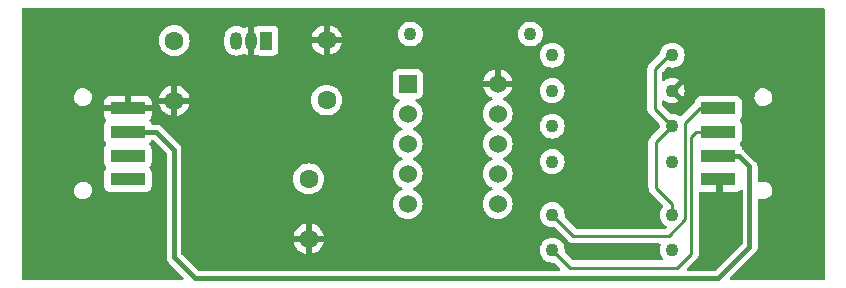
<source format=gbr>
%TF.GenerationSoftware,KiCad,Pcbnew,7.0.10*%
%TF.CreationDate,2024-03-29T17:01:24+09:00*%
%TF.ProjectId,HD-AK4316,48442d41-4b34-4333-9136-2e6b69636164,rev?*%
%TF.SameCoordinates,Original*%
%TF.FileFunction,Copper,L2,Bot*%
%TF.FilePolarity,Positive*%
%FSLAX46Y46*%
G04 Gerber Fmt 4.6, Leading zero omitted, Abs format (unit mm)*
G04 Created by KiCad (PCBNEW 7.0.10) date 2024-03-29 17:01:24*
%MOMM*%
%LPD*%
G01*
G04 APERTURE LIST*
%TA.AperFunction,ComponentPad*%
%ADD10C,1.100000*%
%TD*%
%TA.AperFunction,ComponentPad*%
%ADD11R,1.524000X1.524000*%
%TD*%
%TA.AperFunction,ComponentPad*%
%ADD12C,1.524000*%
%TD*%
%TA.AperFunction,ComponentPad*%
%ADD13R,1.016000X1.524000*%
%TD*%
%TA.AperFunction,ComponentPad*%
%ADD14O,1.016000X1.524000*%
%TD*%
%TA.AperFunction,ComponentPad*%
%ADD15C,1.600000*%
%TD*%
%TA.AperFunction,ComponentPad*%
%ADD16R,3.000000X1.100000*%
%TD*%
%TA.AperFunction,ViaPad*%
%ADD17C,0.800000*%
%TD*%
%TA.AperFunction,Conductor*%
%ADD18C,0.250000*%
%TD*%
%TA.AperFunction,Conductor*%
%ADD19C,0.400000*%
%TD*%
G04 APERTURE END LIST*
D10*
%TO.P,R7,1,1*%
%TO.N,+3V3*%
X181080000Y-55000000D03*
%TO.P,R7,2,2*%
%TO.N,Net-(U1-XORH)*%
X170920000Y-55000000D03*
%TD*%
%TO.P,R11,1,1*%
%TO.N,Net-(U1-XORH)*%
X170920000Y-58000000D03*
%TO.P,R11,2,2*%
%TO.N,GND*%
X181080000Y-58000000D03*
%TD*%
D11*
%TO.P,U1,1,VCC*%
%TO.N,+3V3*%
X158690000Y-57420000D03*
D12*
%TO.P,U1,2,EN*%
X158690000Y-59960000D03*
%TO.P,U1,3,READY*%
%TO.N,Net-(U1-READY)*%
X158690000Y-62500000D03*
%TO.P,U1,4,SCLIN*%
%TO.N,Net-(U1-SCLIN)*%
X158690000Y-65040000D03*
%TO.P,U1,5,SDAIN*%
%TO.N,Net-(U1-SDAIN)*%
X158690000Y-67580000D03*
%TO.P,U1,6,SDAOUT*%
%TO.N,Net-(U1-SDAOUT)*%
X166310000Y-67580000D03*
%TO.P,U1,7,SCLOUT*%
%TO.N,Net-(U1-SCLOUT)*%
X166310000Y-65040000D03*
%TO.P,U1,8,XORL*%
%TO.N,Net-(U1-XORL)*%
X166310000Y-62500000D03*
%TO.P,U1,9,XORH*%
%TO.N,Net-(U1-XORH)*%
X166310000Y-59960000D03*
%TO.P,U1,10,GND*%
%TO.N,GND*%
X166310000Y-57420000D03*
%TD*%
D13*
%TO.P,U3,1,OUT*%
%TO.N,+3V3*%
X146720000Y-53765000D03*
D14*
%TO.P,U3,2,GND*%
%TO.N,GND*%
X145450000Y-53765000D03*
%TO.P,U3,3,IN*%
%TO.N,+5V*%
X144180000Y-53765000D03*
%TD*%
D10*
%TO.P,R1,1,1*%
%TO.N,+3V3*%
X158919999Y-53200000D03*
%TO.P,R1,2,2*%
%TO.N,Net-(U1-READY)*%
X169079999Y-53200000D03*
%TD*%
D15*
%TO.P,C1,1,1*%
%TO.N,+5V*%
X138925000Y-53760000D03*
%TO.P,C1,2,2*%
%TO.N,GND*%
X138925000Y-58840000D03*
%TD*%
D10*
%TO.P,R9,1,1*%
%TO.N,+3V3*%
X181080000Y-61000000D03*
%TO.P,R9,2,2*%
%TO.N,Net-(U1-XORL)*%
X170920000Y-61000000D03*
%TD*%
D16*
%TO.P,CN1,1,1*%
%TO.N,Net-(U1-SCLIN)*%
X135000000Y-65500000D03*
%TO.P,CN1,2,2*%
%TO.N,Net-(U1-SDAIN)*%
X135000000Y-63500000D03*
%TO.P,CN1,3,3*%
%TO.N,+5V*%
X135000000Y-61500000D03*
%TO.P,CN1,4,4*%
%TO.N,GND*%
X135000000Y-59500000D03*
%TD*%
%TO.P,CN2,1,1*%
%TO.N,Net-(U1-SCLOUT)*%
X185000000Y-59500000D03*
%TO.P,CN2,2,2*%
%TO.N,Net-(U1-SDAOUT)*%
X185000000Y-61500000D03*
%TO.P,CN2,3,3*%
%TO.N,+5V*%
X185000000Y-63500000D03*
%TO.P,CN2,4,4*%
%TO.N,GND*%
X185000000Y-65500000D03*
%TD*%
D15*
%TO.P,C5,1,1*%
%TO.N,+3V3*%
X151825000Y-58790000D03*
%TO.P,C5,2,2*%
%TO.N,GND*%
X151825000Y-53710000D03*
%TD*%
D10*
%TO.P,R13,1,1*%
%TO.N,Net-(U1-XORL)*%
X170920000Y-64000000D03*
%TO.P,R13,2,2*%
%TO.N,GND*%
X181080000Y-64000000D03*
%TD*%
D15*
%TO.P,C3,1,1*%
%TO.N,Net-(U2-BYP)*%
X150300000Y-65460000D03*
%TO.P,C3,2,2*%
%TO.N,GND*%
X150300000Y-70540000D03*
%TD*%
D10*
%TO.P,R5,1,1*%
%TO.N,+3V3*%
X181080000Y-71500000D03*
%TO.P,R5,2,2*%
%TO.N,Net-(U1-SDAOUT)*%
X170920000Y-71500000D03*
%TD*%
%TO.P,R3,1,1*%
%TO.N,+3V3*%
X181080000Y-68500000D03*
%TO.P,R3,2,2*%
%TO.N,Net-(U1-SCLOUT)*%
X170920000Y-68500000D03*
%TD*%
D17*
%TO.N,GND*%
X145100000Y-61500000D03*
X178600000Y-64000000D03*
X143500000Y-67700000D03*
X169200000Y-72600000D03*
X145450000Y-51950000D03*
X155640000Y-70540000D03*
X147700000Y-59900000D03*
X185200000Y-70100000D03*
X145450000Y-56150000D03*
X160000000Y-72600000D03*
X135000000Y-57200000D03*
X141000000Y-64500000D03*
X178400000Y-58000000D03*
%TD*%
D18*
%TO.N,Net-(U1-SCLOUT)*%
X170920000Y-68500000D02*
X172720000Y-70300000D01*
X183400000Y-59500000D02*
X185800000Y-59500000D01*
X182200000Y-60700000D02*
X183400000Y-59500000D01*
X182200000Y-68900000D02*
X182200000Y-60700000D01*
X180800000Y-70300000D02*
X182200000Y-68900000D01*
X172720000Y-70300000D02*
X180800000Y-70300000D01*
%TO.N,Net-(U1-SDAOUT)*%
X182700000Y-61900000D02*
X183100000Y-61500000D01*
X170920000Y-71500000D02*
X172420000Y-73000000D01*
X182700000Y-71800000D02*
X182700000Y-61900000D01*
X181500000Y-73000000D02*
X182700000Y-71800000D01*
X172420000Y-73000000D02*
X181500000Y-73000000D01*
X183100000Y-61500000D02*
X185800000Y-61500000D01*
D19*
%TO.N,+5V*%
X138900000Y-63000000D02*
X137400000Y-61500000D01*
X138900000Y-72100000D02*
X138900000Y-63000000D01*
X140675000Y-73875000D02*
X138900000Y-72100000D01*
X185000000Y-73875000D02*
X140675000Y-73875000D01*
X187600000Y-64400000D02*
X187600000Y-71275000D01*
X137400000Y-61500000D02*
X134200000Y-61500000D01*
X186700000Y-63500000D02*
X187600000Y-64400000D01*
X185800000Y-63500000D02*
X186700000Y-63500000D01*
X187600000Y-71275000D02*
X185000000Y-73875000D01*
D18*
%TO.N,GND*%
X185200000Y-65500000D02*
X185200000Y-70100000D01*
X145450000Y-53765000D02*
X145450000Y-56150000D01*
X151825000Y-53710000D02*
X154190000Y-53710000D01*
X135000000Y-58900000D02*
X135000000Y-57200000D01*
X134400000Y-59500000D02*
X135000000Y-58900000D01*
X185600000Y-65500000D02*
X185200000Y-65500000D01*
X145450000Y-53765000D02*
X145450000Y-51950000D01*
%TO.N,+3V3*%
X179600000Y-59520000D02*
X181080000Y-61000000D01*
X179600000Y-56200000D02*
X179600000Y-59520000D01*
X181080000Y-68500000D02*
X181080000Y-67580000D01*
X181080000Y-67580000D02*
X179700000Y-66200000D01*
X179700000Y-62380000D02*
X181080000Y-61000000D01*
X179700000Y-66200000D02*
X179700000Y-62380000D01*
X181080000Y-55000000D02*
X180800000Y-55000000D01*
X180800000Y-55000000D02*
X179600000Y-56200000D01*
%TD*%
%TA.AperFunction,Conductor*%
%TO.N,GND*%
G36*
X193942539Y-51020185D02*
G01*
X193988294Y-51072989D01*
X193999500Y-51124500D01*
X193999500Y-73875500D01*
X193979815Y-73942539D01*
X193927011Y-73988294D01*
X193875500Y-73999500D01*
X186059452Y-73999500D01*
X185992413Y-73979815D01*
X185946658Y-73927011D01*
X185936714Y-73857853D01*
X185965739Y-73794297D01*
X185971771Y-73787819D01*
X186146768Y-73612821D01*
X188083786Y-71675802D01*
X188096048Y-71665980D01*
X188095865Y-71665759D01*
X188101868Y-71660791D01*
X188101877Y-71660786D01*
X188147934Y-71611739D01*
X188150582Y-71609006D01*
X188170120Y-71589470D01*
X188172570Y-71586310D01*
X188180154Y-71577429D01*
X188210062Y-71545582D01*
X188219714Y-71528023D01*
X188230389Y-71511772D01*
X188242674Y-71495936D01*
X188260030Y-71455825D01*
X188265161Y-71445354D01*
X188286194Y-71407098D01*
X188286194Y-71407097D01*
X188286197Y-71407092D01*
X188291180Y-71387680D01*
X188297477Y-71369291D01*
X188305438Y-71350895D01*
X188312270Y-71307748D01*
X188314639Y-71296316D01*
X188325499Y-71254022D01*
X188325500Y-71254017D01*
X188325500Y-71233983D01*
X188327027Y-71214582D01*
X188330160Y-71194804D01*
X188326050Y-71151324D01*
X188325500Y-71139655D01*
X188325500Y-67252561D01*
X188345185Y-67185522D01*
X188397989Y-67139767D01*
X188467147Y-67129823D01*
X188505146Y-67141748D01*
X188541567Y-67160040D01*
X188712279Y-67200500D01*
X188712282Y-67200500D01*
X188843701Y-67200500D01*
X188843709Y-67200500D01*
X188974255Y-67185241D01*
X189139117Y-67125237D01*
X189285696Y-67028830D01*
X189406092Y-66901218D01*
X189493812Y-66749281D01*
X189544130Y-66581210D01*
X189554331Y-66406065D01*
X189523865Y-66233289D01*
X189454377Y-66072196D01*
X189349610Y-65931470D01*
X189331060Y-65915905D01*
X189215214Y-65818698D01*
X189215212Y-65818697D01*
X189058437Y-65739961D01*
X189050353Y-65738045D01*
X188887721Y-65699500D01*
X188756291Y-65699500D01*
X188651854Y-65711707D01*
X188625743Y-65714759D01*
X188625740Y-65714760D01*
X188491910Y-65763470D01*
X188422181Y-65767901D01*
X188361125Y-65733930D01*
X188328128Y-65672343D01*
X188325500Y-65646948D01*
X188325500Y-64582742D01*
X188327224Y-64567122D01*
X188326939Y-64567095D01*
X188327673Y-64559333D01*
X188325561Y-64492112D01*
X188325500Y-64488218D01*
X188325500Y-64460656D01*
X188325500Y-64460650D01*
X188324997Y-64456666D01*
X188324081Y-64445029D01*
X188322710Y-64401373D01*
X188317119Y-64382130D01*
X188313173Y-64363078D01*
X188310664Y-64343208D01*
X188294579Y-64302583D01*
X188290806Y-64291562D01*
X188278618Y-64249610D01*
X188278617Y-64249609D01*
X188278617Y-64249607D01*
X188278616Y-64249606D01*
X188268423Y-64232371D01*
X188259861Y-64214894D01*
X188252487Y-64196269D01*
X188226816Y-64160937D01*
X188220405Y-64151177D01*
X188198170Y-64113580D01*
X188198168Y-64113578D01*
X188198165Y-64113574D01*
X188184006Y-64099415D01*
X188171368Y-64084619D01*
X188159594Y-64068413D01*
X188125940Y-64040572D01*
X188117299Y-64032709D01*
X187200803Y-63116212D01*
X187190980Y-63103950D01*
X187190759Y-63104134D01*
X187185786Y-63098122D01*
X187136776Y-63052099D01*
X187133977Y-63049386D01*
X187114477Y-63029885D01*
X187114471Y-63029880D01*
X187111286Y-63027409D01*
X187102434Y-63019848D01*
X187070582Y-62989938D01*
X187070580Y-62989936D01*
X187070578Y-62989935D01*
X187062777Y-62985647D01*
X187013511Y-62936103D01*
X186999220Y-62890237D01*
X186994091Y-62842517D01*
X186977172Y-62797156D01*
X186943797Y-62707671D01*
X186943793Y-62707664D01*
X186857547Y-62592455D01*
X186852773Y-62587681D01*
X186819288Y-62526358D01*
X186824272Y-62456666D01*
X186852773Y-62412319D01*
X186857542Y-62407548D01*
X186857546Y-62407546D01*
X186943796Y-62292331D01*
X186994091Y-62157483D01*
X187000500Y-62097873D01*
X187000499Y-60902128D01*
X186994091Y-60842517D01*
X186978983Y-60802011D01*
X186943797Y-60707671D01*
X186943793Y-60707664D01*
X186857547Y-60592455D01*
X186852773Y-60587681D01*
X186819288Y-60526358D01*
X186824272Y-60456666D01*
X186852773Y-60412319D01*
X186857542Y-60407548D01*
X186857546Y-60407546D01*
X186943796Y-60292331D01*
X186994091Y-60157483D01*
X187000500Y-60097873D01*
X187000499Y-58902128D01*
X186994091Y-58842517D01*
X186986953Y-58823380D01*
X186943797Y-58707671D01*
X186943793Y-58707664D01*
X186858653Y-58593933D01*
X188045668Y-58593933D01*
X188065767Y-58707913D01*
X188076135Y-58766711D01*
X188145623Y-58927804D01*
X188145624Y-58927806D01*
X188145626Y-58927809D01*
X188240751Y-59055583D01*
X188250390Y-59068530D01*
X188384786Y-59181302D01*
X188441027Y-59209547D01*
X188541562Y-59260038D01*
X188541563Y-59260038D01*
X188541567Y-59260040D01*
X188712279Y-59300500D01*
X188712282Y-59300500D01*
X188843701Y-59300500D01*
X188843709Y-59300500D01*
X188974255Y-59285241D01*
X189139117Y-59225237D01*
X189285696Y-59128830D01*
X189406092Y-59001218D01*
X189493812Y-58849281D01*
X189544130Y-58681210D01*
X189554331Y-58506065D01*
X189523865Y-58333289D01*
X189454377Y-58172196D01*
X189428373Y-58137267D01*
X189365943Y-58053409D01*
X189349610Y-58031470D01*
X189312104Y-57999999D01*
X189215214Y-57918698D01*
X189215212Y-57918697D01*
X189058437Y-57839961D01*
X189016476Y-57830016D01*
X188887721Y-57799500D01*
X188756291Y-57799500D01*
X188651854Y-57811707D01*
X188625743Y-57814759D01*
X188625740Y-57814760D01*
X188460884Y-57874762D01*
X188460880Y-57874764D01*
X188314306Y-57971167D01*
X188314305Y-57971168D01*
X188193910Y-58098778D01*
X188106188Y-58250718D01*
X188055870Y-58418789D01*
X188055869Y-58418794D01*
X188045668Y-58593933D01*
X186858653Y-58593933D01*
X186857547Y-58592455D01*
X186857544Y-58592452D01*
X186742335Y-58506206D01*
X186742328Y-58506202D01*
X186607482Y-58455908D01*
X186607483Y-58455908D01*
X186547883Y-58449501D01*
X186547881Y-58449500D01*
X186547873Y-58449500D01*
X186547864Y-58449500D01*
X183452129Y-58449500D01*
X183452123Y-58449501D01*
X183392516Y-58455908D01*
X183257671Y-58506202D01*
X183257664Y-58506206D01*
X183142455Y-58592452D01*
X183142452Y-58592455D01*
X183056206Y-58707664D01*
X183056202Y-58707671D01*
X183005908Y-58842517D01*
X183001051Y-58887700D01*
X182999501Y-58902123D01*
X182999500Y-58902135D01*
X182999500Y-58958186D01*
X182979815Y-59025225D01*
X182971041Y-59037230D01*
X182940571Y-59074059D01*
X182932711Y-59082696D01*
X181870402Y-60145005D01*
X181809079Y-60178490D01*
X181739387Y-60173506D01*
X181704056Y-60153177D01*
X181666453Y-60122317D01*
X181666451Y-60122316D01*
X181666450Y-60122315D01*
X181483954Y-60024768D01*
X181285934Y-59964700D01*
X181285932Y-59964699D01*
X181285934Y-59964699D01*
X181098463Y-59946235D01*
X181080000Y-59944417D01*
X181079999Y-59944417D01*
X180982701Y-59953999D01*
X180914055Y-59940980D01*
X180882867Y-59918277D01*
X180261819Y-59297228D01*
X180228334Y-59235905D01*
X180225500Y-59209547D01*
X180225500Y-58919233D01*
X180245185Y-58852194D01*
X180297989Y-58806439D01*
X180367147Y-58796495D01*
X180428165Y-58823380D01*
X180493826Y-58877267D01*
X180493833Y-58877271D01*
X180676233Y-58974766D01*
X180874165Y-59034808D01*
X181080000Y-59055080D01*
X181285834Y-59034808D01*
X181483764Y-58974766D01*
X181625469Y-58899022D01*
X181026447Y-58300000D01*
X181107802Y-58300000D01*
X181190250Y-58284588D01*
X181285610Y-58225543D01*
X181353201Y-58136038D01*
X181383895Y-58028160D01*
X181381286Y-58000000D01*
X181433553Y-58000000D01*
X181979022Y-58545469D01*
X182054766Y-58403764D01*
X182114808Y-58205834D01*
X182135080Y-58000000D01*
X182114808Y-57794165D01*
X182054766Y-57596233D01*
X181979023Y-57454528D01*
X181433553Y-57999999D01*
X181433553Y-58000000D01*
X181381286Y-58000000D01*
X181373546Y-57916479D01*
X181323552Y-57816078D01*
X181240666Y-57740516D01*
X181136080Y-57700000D01*
X181052198Y-57700000D01*
X181020526Y-57705920D01*
X181080000Y-57646447D01*
X181625469Y-57100976D01*
X181625469Y-57100975D01*
X181483766Y-57025233D01*
X181285834Y-56965191D01*
X181080000Y-56944919D01*
X180874165Y-56965191D01*
X180676233Y-57025233D01*
X180493833Y-57122728D01*
X180493827Y-57122732D01*
X180428164Y-57176620D01*
X180363854Y-57203932D01*
X180294987Y-57192141D01*
X180243427Y-57144988D01*
X180225500Y-57080766D01*
X180225500Y-56510452D01*
X180245185Y-56443413D01*
X180261819Y-56422771D01*
X180455098Y-56229492D01*
X180649052Y-56035537D01*
X180710373Y-56002054D01*
X180772725Y-56004558D01*
X180874066Y-56035300D01*
X180874065Y-56035300D01*
X180892529Y-56037118D01*
X181080000Y-56055583D01*
X181285934Y-56035300D01*
X181483954Y-55975232D01*
X181666450Y-55877685D01*
X181826410Y-55746410D01*
X181957685Y-55586450D01*
X182055232Y-55403954D01*
X182115300Y-55205934D01*
X182135583Y-55000000D01*
X182115300Y-54794066D01*
X182055232Y-54596046D01*
X181957685Y-54413550D01*
X181828046Y-54255583D01*
X181826410Y-54253589D01*
X181666452Y-54122317D01*
X181666453Y-54122317D01*
X181666450Y-54122315D01*
X181483954Y-54024768D01*
X181285934Y-53964700D01*
X181285932Y-53964699D01*
X181285934Y-53964699D01*
X181080000Y-53944417D01*
X180874067Y-53964699D01*
X180676043Y-54024769D01*
X180594149Y-54068543D01*
X180493550Y-54122315D01*
X180493548Y-54122316D01*
X180493547Y-54122317D01*
X180333589Y-54253589D01*
X180202317Y-54413547D01*
X180104769Y-54596043D01*
X180044699Y-54794067D01*
X180040674Y-54834931D01*
X180014511Y-54899718D01*
X180004952Y-54910455D01*
X179216208Y-55699199D01*
X179203951Y-55709020D01*
X179204134Y-55709241D01*
X179198122Y-55714214D01*
X179152098Y-55763223D01*
X179149391Y-55766016D01*
X179129889Y-55785517D01*
X179129875Y-55785534D01*
X179127407Y-55788715D01*
X179119843Y-55797570D01*
X179089937Y-55829418D01*
X179089936Y-55829420D01*
X179080284Y-55846976D01*
X179069610Y-55863226D01*
X179057329Y-55879061D01*
X179057324Y-55879068D01*
X179039975Y-55919158D01*
X179034838Y-55929644D01*
X179013803Y-55967906D01*
X179008822Y-55987307D01*
X179002521Y-56005710D01*
X178994562Y-56024102D01*
X178994561Y-56024105D01*
X178987728Y-56067243D01*
X178985360Y-56078674D01*
X178974501Y-56120971D01*
X178974500Y-56120982D01*
X178974500Y-56141016D01*
X178972973Y-56160415D01*
X178969840Y-56180194D01*
X178969840Y-56180195D01*
X178973950Y-56223674D01*
X178974500Y-56235343D01*
X178974500Y-59437255D01*
X178972775Y-59452872D01*
X178973061Y-59452899D01*
X178972326Y-59460665D01*
X178974439Y-59527872D01*
X178974500Y-59531767D01*
X178974500Y-59559357D01*
X178975003Y-59563335D01*
X178975918Y-59574967D01*
X178977290Y-59618624D01*
X178977291Y-59618627D01*
X178982880Y-59637867D01*
X178986824Y-59656911D01*
X178989336Y-59676792D01*
X179005414Y-59717403D01*
X179009197Y-59728452D01*
X179021381Y-59770388D01*
X179031580Y-59787634D01*
X179040138Y-59805103D01*
X179047514Y-59823732D01*
X179073181Y-59859060D01*
X179079593Y-59868821D01*
X179101828Y-59906417D01*
X179101833Y-59906424D01*
X179115990Y-59920580D01*
X179128628Y-59935376D01*
X179140405Y-59951586D01*
X179140406Y-59951587D01*
X179174057Y-59979425D01*
X179182698Y-59987288D01*
X179998277Y-60802868D01*
X180031762Y-60864191D01*
X180033999Y-60902702D01*
X180024417Y-60999998D01*
X180024417Y-61000000D01*
X180033999Y-61097297D01*
X180020980Y-61165943D01*
X179998277Y-61197131D01*
X179316208Y-61879199D01*
X179303951Y-61889020D01*
X179304134Y-61889241D01*
X179298122Y-61894214D01*
X179252098Y-61943223D01*
X179249391Y-61946016D01*
X179229889Y-61965517D01*
X179229875Y-61965534D01*
X179227407Y-61968715D01*
X179219843Y-61977570D01*
X179189937Y-62009418D01*
X179189936Y-62009420D01*
X179180284Y-62026976D01*
X179169610Y-62043226D01*
X179157329Y-62059061D01*
X179157324Y-62059068D01*
X179139975Y-62099158D01*
X179134838Y-62109644D01*
X179113803Y-62147906D01*
X179108822Y-62167307D01*
X179102521Y-62185710D01*
X179094562Y-62204102D01*
X179094561Y-62204105D01*
X179087728Y-62247243D01*
X179085360Y-62258674D01*
X179074501Y-62300971D01*
X179074500Y-62300982D01*
X179074500Y-62321016D01*
X179072973Y-62340415D01*
X179069840Y-62360194D01*
X179069840Y-62360195D01*
X179073950Y-62403674D01*
X179074500Y-62415343D01*
X179074500Y-66117255D01*
X179072775Y-66132872D01*
X179073061Y-66132899D01*
X179072326Y-66140665D01*
X179074439Y-66207872D01*
X179074500Y-66211767D01*
X179074500Y-66239357D01*
X179075003Y-66243335D01*
X179075918Y-66254967D01*
X179077290Y-66298624D01*
X179077291Y-66298627D01*
X179082880Y-66317867D01*
X179086824Y-66336911D01*
X179089336Y-66356792D01*
X179105414Y-66397403D01*
X179109197Y-66408452D01*
X179121381Y-66450388D01*
X179131580Y-66467634D01*
X179140138Y-66485103D01*
X179147514Y-66503732D01*
X179173181Y-66539060D01*
X179179593Y-66548821D01*
X179201828Y-66586417D01*
X179201833Y-66586424D01*
X179215990Y-66600580D01*
X179228628Y-66615376D01*
X179240405Y-66631586D01*
X179240406Y-66631587D01*
X179274057Y-66659425D01*
X179282698Y-66667288D01*
X180270081Y-67654671D01*
X180303566Y-67715994D01*
X180298582Y-67785686D01*
X180278254Y-67821016D01*
X180202317Y-67913546D01*
X180104769Y-68096043D01*
X180044699Y-68294067D01*
X180024417Y-68500000D01*
X180044699Y-68705932D01*
X180064405Y-68770894D01*
X180104768Y-68903954D01*
X180202315Y-69086450D01*
X180202317Y-69086452D01*
X180333589Y-69246410D01*
X180415625Y-69313734D01*
X180493550Y-69377685D01*
X180570388Y-69418756D01*
X180620231Y-69467718D01*
X180635691Y-69535855D01*
X180611859Y-69601535D01*
X180599616Y-69615792D01*
X180577230Y-69638179D01*
X180515908Y-69671666D01*
X180489547Y-69674500D01*
X173030453Y-69674500D01*
X172963414Y-69654815D01*
X172942772Y-69638181D01*
X172001721Y-68697130D01*
X171968236Y-68635807D01*
X171965999Y-68597299D01*
X171975583Y-68500000D01*
X171955300Y-68294066D01*
X171895232Y-68096046D01*
X171797685Y-67913550D01*
X171704555Y-67800070D01*
X171666410Y-67753589D01*
X171506452Y-67622317D01*
X171506453Y-67622317D01*
X171506450Y-67622315D01*
X171323954Y-67524768D01*
X171125934Y-67464700D01*
X171125932Y-67464699D01*
X171125934Y-67464699D01*
X170920000Y-67444417D01*
X170714067Y-67464699D01*
X170516043Y-67524769D01*
X170412721Y-67579997D01*
X170333550Y-67622315D01*
X170333548Y-67622316D01*
X170333547Y-67622317D01*
X170173589Y-67753589D01*
X170042317Y-67913547D01*
X169944769Y-68096043D01*
X169884699Y-68294067D01*
X169864417Y-68500000D01*
X169884699Y-68705932D01*
X169904405Y-68770894D01*
X169944768Y-68903954D01*
X170042315Y-69086450D01*
X170042317Y-69086452D01*
X170173589Y-69246410D01*
X170255625Y-69313734D01*
X170333550Y-69377685D01*
X170516046Y-69475232D01*
X170714066Y-69535300D01*
X170714065Y-69535300D01*
X170734348Y-69537297D01*
X170920000Y-69555583D01*
X171017297Y-69545999D01*
X171085941Y-69559017D01*
X171117130Y-69581720D01*
X171670550Y-70135141D01*
X172219197Y-70683788D01*
X172229022Y-70696051D01*
X172229243Y-70695869D01*
X172234211Y-70701874D01*
X172283222Y-70747899D01*
X172286021Y-70750612D01*
X172305522Y-70770114D01*
X172305526Y-70770117D01*
X172305529Y-70770120D01*
X172308702Y-70772581D01*
X172317574Y-70780159D01*
X172349418Y-70810062D01*
X172366976Y-70819714D01*
X172383235Y-70830395D01*
X172399064Y-70842673D01*
X172439155Y-70860021D01*
X172449626Y-70865151D01*
X172459898Y-70870798D01*
X172487902Y-70886194D01*
X172487904Y-70886195D01*
X172487908Y-70886197D01*
X172507316Y-70891180D01*
X172525719Y-70897481D01*
X172544101Y-70905436D01*
X172544102Y-70905436D01*
X172544104Y-70905437D01*
X172587250Y-70912270D01*
X172598672Y-70914636D01*
X172640981Y-70925500D01*
X172661016Y-70925500D01*
X172680414Y-70927026D01*
X172700194Y-70930159D01*
X172700195Y-70930160D01*
X172700195Y-70930159D01*
X172700196Y-70930160D01*
X172743675Y-70926050D01*
X172755344Y-70925500D01*
X179989831Y-70925500D01*
X180056870Y-70945185D01*
X180102625Y-70997989D01*
X180112569Y-71067147D01*
X180106263Y-71090133D01*
X180106537Y-71090216D01*
X180104769Y-71096043D01*
X180104768Y-71096046D01*
X180088000Y-71151324D01*
X180044699Y-71294067D01*
X180024417Y-71500000D01*
X180044699Y-71705932D01*
X180063001Y-71766265D01*
X180104768Y-71903954D01*
X180199323Y-72080853D01*
X180202317Y-72086453D01*
X180272388Y-72171835D01*
X180299701Y-72236145D01*
X180287910Y-72305013D01*
X180240758Y-72356573D01*
X180176535Y-72374500D01*
X172730453Y-72374500D01*
X172663414Y-72354815D01*
X172642772Y-72338181D01*
X172001721Y-71697130D01*
X171968236Y-71635807D01*
X171965999Y-71597299D01*
X171975583Y-71500000D01*
X171955300Y-71294066D01*
X171895232Y-71096046D01*
X171797685Y-70913550D01*
X171729443Y-70830396D01*
X171666410Y-70753589D01*
X171506452Y-70622317D01*
X171506453Y-70622317D01*
X171506450Y-70622315D01*
X171323954Y-70524768D01*
X171125934Y-70464700D01*
X171125932Y-70464699D01*
X171125934Y-70464699D01*
X170920000Y-70444417D01*
X170714067Y-70464699D01*
X170516043Y-70524769D01*
X170405898Y-70583643D01*
X170333550Y-70622315D01*
X170333548Y-70622316D01*
X170333547Y-70622317D01*
X170173589Y-70753589D01*
X170042616Y-70913183D01*
X170042315Y-70913550D01*
X170025406Y-70945185D01*
X169944769Y-71096043D01*
X169884699Y-71294067D01*
X169864417Y-71500000D01*
X169884699Y-71705932D01*
X169903001Y-71766265D01*
X169944768Y-71903954D01*
X170042315Y-72086450D01*
X170061489Y-72109814D01*
X170173589Y-72246410D01*
X170239872Y-72300806D01*
X170333550Y-72377685D01*
X170516046Y-72475232D01*
X170714066Y-72535300D01*
X170714065Y-72535300D01*
X170734348Y-72537297D01*
X170920000Y-72555583D01*
X171017297Y-72545999D01*
X171085941Y-72559017D01*
X171117131Y-72581721D01*
X171573228Y-73037819D01*
X171606713Y-73099142D01*
X171601729Y-73168834D01*
X171559857Y-73224767D01*
X171494393Y-73249184D01*
X171485547Y-73249500D01*
X140985452Y-73249500D01*
X140918413Y-73229815D01*
X140897771Y-73213181D01*
X139561819Y-71877228D01*
X139528334Y-71815905D01*
X139525500Y-71789547D01*
X139525500Y-70289999D01*
X149021127Y-70289999D01*
X149021128Y-70290000D01*
X149866314Y-70290000D01*
X149840507Y-70330156D01*
X149800000Y-70468111D01*
X149800000Y-70611889D01*
X149840507Y-70749844D01*
X149866314Y-70790000D01*
X149021128Y-70790000D01*
X149073730Y-70986317D01*
X149073734Y-70986326D01*
X149169865Y-71192482D01*
X149300342Y-71378820D01*
X149461179Y-71539657D01*
X149647517Y-71670134D01*
X149853673Y-71766265D01*
X149853682Y-71766269D01*
X150049999Y-71818872D01*
X150050000Y-71818871D01*
X150050000Y-70975501D01*
X150157685Y-71024680D01*
X150264237Y-71040000D01*
X150335763Y-71040000D01*
X150442315Y-71024680D01*
X150550000Y-70975501D01*
X150550000Y-71818872D01*
X150746317Y-71766269D01*
X150746326Y-71766265D01*
X150952482Y-71670134D01*
X151138820Y-71539657D01*
X151299657Y-71378820D01*
X151430134Y-71192482D01*
X151526265Y-70986326D01*
X151526269Y-70986317D01*
X151578872Y-70790000D01*
X150733686Y-70790000D01*
X150759493Y-70749844D01*
X150800000Y-70611889D01*
X150800000Y-70468111D01*
X150759493Y-70330156D01*
X150733686Y-70290000D01*
X151578872Y-70290000D01*
X151578872Y-70289999D01*
X151526269Y-70093682D01*
X151526265Y-70093673D01*
X151430134Y-69887517D01*
X151299657Y-69701179D01*
X151138820Y-69540342D01*
X150952482Y-69409865D01*
X150746328Y-69313734D01*
X150550000Y-69261127D01*
X150550000Y-70104498D01*
X150442315Y-70055320D01*
X150335763Y-70040000D01*
X150264237Y-70040000D01*
X150157685Y-70055320D01*
X150050000Y-70104498D01*
X150050000Y-69261127D01*
X149853671Y-69313734D01*
X149647517Y-69409865D01*
X149461179Y-69540342D01*
X149300342Y-69701179D01*
X149169865Y-69887517D01*
X149073734Y-70093673D01*
X149073730Y-70093682D01*
X149021127Y-70289999D01*
X139525500Y-70289999D01*
X139525500Y-67580002D01*
X157422677Y-67580002D01*
X157441929Y-67800062D01*
X157441930Y-67800070D01*
X157499104Y-68013445D01*
X157499105Y-68013447D01*
X157499106Y-68013450D01*
X157537620Y-68096043D01*
X157592466Y-68213662D01*
X157592468Y-68213666D01*
X157719170Y-68394615D01*
X157719175Y-68394621D01*
X157875378Y-68550824D01*
X157875384Y-68550829D01*
X158056333Y-68677531D01*
X158056335Y-68677532D01*
X158056338Y-68677534D01*
X158256550Y-68770894D01*
X158469932Y-68828070D01*
X158627123Y-68841822D01*
X158689998Y-68847323D01*
X158690000Y-68847323D01*
X158690002Y-68847323D01*
X158745017Y-68842509D01*
X158910068Y-68828070D01*
X159123450Y-68770894D01*
X159323662Y-68677534D01*
X159504620Y-68550826D01*
X159660826Y-68394620D01*
X159787534Y-68213662D01*
X159880894Y-68013450D01*
X159938070Y-67800068D01*
X159957323Y-67580002D01*
X165042677Y-67580002D01*
X165061929Y-67800062D01*
X165061930Y-67800070D01*
X165119104Y-68013445D01*
X165119105Y-68013447D01*
X165119106Y-68013450D01*
X165157620Y-68096043D01*
X165212466Y-68213662D01*
X165212468Y-68213666D01*
X165339170Y-68394615D01*
X165339175Y-68394621D01*
X165495378Y-68550824D01*
X165495384Y-68550829D01*
X165676333Y-68677531D01*
X165676335Y-68677532D01*
X165676338Y-68677534D01*
X165876550Y-68770894D01*
X166089932Y-68828070D01*
X166247123Y-68841822D01*
X166309998Y-68847323D01*
X166310000Y-68847323D01*
X166310002Y-68847323D01*
X166365017Y-68842509D01*
X166530068Y-68828070D01*
X166743450Y-68770894D01*
X166943662Y-68677534D01*
X167124620Y-68550826D01*
X167280826Y-68394620D01*
X167407534Y-68213662D01*
X167500894Y-68013450D01*
X167558070Y-67800068D01*
X167577323Y-67580000D01*
X167558070Y-67359932D01*
X167500894Y-67146550D01*
X167407534Y-66946339D01*
X167324539Y-66827809D01*
X167280827Y-66765381D01*
X167261079Y-66745633D01*
X167124620Y-66609174D01*
X167124616Y-66609171D01*
X167124615Y-66609170D01*
X166943666Y-66482468D01*
X166943658Y-66482464D01*
X166814811Y-66422382D01*
X166762371Y-66376210D01*
X166743219Y-66309017D01*
X166763435Y-66242135D01*
X166814811Y-66197618D01*
X166820802Y-66194824D01*
X166943662Y-66137534D01*
X167124620Y-66010826D01*
X167280826Y-65854620D01*
X167407534Y-65673662D01*
X167500894Y-65473450D01*
X167558070Y-65260068D01*
X167577323Y-65040000D01*
X167573399Y-64995153D01*
X167567449Y-64927137D01*
X167558070Y-64819932D01*
X167500894Y-64606550D01*
X167407534Y-64406339D01*
X167297789Y-64249606D01*
X167280827Y-64225381D01*
X167206616Y-64151170D01*
X167124620Y-64069174D01*
X167124616Y-64069171D01*
X167124615Y-64069170D01*
X167025830Y-64000000D01*
X169864417Y-64000000D01*
X169884699Y-64205932D01*
X169897948Y-64249607D01*
X169944768Y-64403954D01*
X170042315Y-64586450D01*
X170047243Y-64592455D01*
X170173589Y-64746410D01*
X170247745Y-64807267D01*
X170333550Y-64877685D01*
X170516046Y-64975232D01*
X170714066Y-65035300D01*
X170714065Y-65035300D01*
X170732529Y-65037118D01*
X170920000Y-65055583D01*
X171125934Y-65035300D01*
X171323954Y-64975232D01*
X171506450Y-64877685D01*
X171666410Y-64746410D01*
X171797685Y-64586450D01*
X171895232Y-64403954D01*
X171955300Y-64205934D01*
X171975583Y-64000000D01*
X171955300Y-63794066D01*
X171895232Y-63596046D01*
X171797685Y-63413550D01*
X171670924Y-63259090D01*
X171666410Y-63253589D01*
X171506452Y-63122317D01*
X171506453Y-63122317D01*
X171506450Y-63122315D01*
X171323954Y-63024768D01*
X171125934Y-62964700D01*
X171125932Y-62964699D01*
X171125934Y-62964699D01*
X170920000Y-62944417D01*
X170714067Y-62964699D01*
X170578500Y-63005823D01*
X170519119Y-63023836D01*
X170516043Y-63024769D01*
X170407595Y-63082737D01*
X170333550Y-63122315D01*
X170333548Y-63122316D01*
X170333547Y-63122317D01*
X170173589Y-63253589D01*
X170042317Y-63413547D01*
X170042315Y-63413550D01*
X170003643Y-63485898D01*
X169944769Y-63596043D01*
X169884699Y-63794067D01*
X169864417Y-64000000D01*
X167025830Y-64000000D01*
X166943666Y-63942468D01*
X166943658Y-63942464D01*
X166814811Y-63882382D01*
X166762371Y-63836210D01*
X166743219Y-63769017D01*
X166763435Y-63702135D01*
X166814811Y-63657618D01*
X166820802Y-63654824D01*
X166943662Y-63597534D01*
X167124620Y-63470826D01*
X167280826Y-63314620D01*
X167407534Y-63133662D01*
X167500894Y-62933450D01*
X167558070Y-62720068D01*
X167577323Y-62500000D01*
X167558070Y-62279932D01*
X167500894Y-62066550D01*
X167407534Y-61866339D01*
X167280826Y-61685380D01*
X167124620Y-61529174D01*
X167124616Y-61529171D01*
X167124615Y-61529170D01*
X166943666Y-61402468D01*
X166943658Y-61402464D01*
X166814811Y-61342382D01*
X166762371Y-61296210D01*
X166743219Y-61229017D01*
X166763435Y-61162135D01*
X166814811Y-61117618D01*
X166838589Y-61106530D01*
X166943662Y-61057534D01*
X167025829Y-61000000D01*
X169864417Y-61000000D01*
X169884699Y-61205932D01*
X169912085Y-61296210D01*
X169944768Y-61403954D01*
X170042315Y-61586450D01*
X170042317Y-61586452D01*
X170173589Y-61746410D01*
X170270209Y-61825702D01*
X170333550Y-61877685D01*
X170516046Y-61975232D01*
X170714066Y-62035300D01*
X170714065Y-62035300D01*
X170716350Y-62035525D01*
X170920000Y-62055583D01*
X171125934Y-62035300D01*
X171323954Y-61975232D01*
X171506450Y-61877685D01*
X171666410Y-61746410D01*
X171797685Y-61586450D01*
X171895232Y-61403954D01*
X171955300Y-61205934D01*
X171975583Y-61000000D01*
X171955300Y-60794066D01*
X171895232Y-60596046D01*
X171797685Y-60413550D01*
X171745702Y-60350209D01*
X171666410Y-60253589D01*
X171506452Y-60122317D01*
X171506453Y-60122317D01*
X171506450Y-60122315D01*
X171323954Y-60024768D01*
X171125934Y-59964700D01*
X171125932Y-59964699D01*
X171125934Y-59964699D01*
X170920000Y-59944417D01*
X170714067Y-59964699D01*
X170516043Y-60024769D01*
X170420885Y-60075633D01*
X170333550Y-60122315D01*
X170333548Y-60122316D01*
X170333547Y-60122317D01*
X170173589Y-60253589D01*
X170047242Y-60407546D01*
X170042315Y-60413550D01*
X170019460Y-60456309D01*
X169944769Y-60596043D01*
X169884699Y-60794067D01*
X169864417Y-61000000D01*
X167025829Y-61000000D01*
X167124620Y-60930826D01*
X167280826Y-60774620D01*
X167407534Y-60593662D01*
X167500894Y-60393450D01*
X167558070Y-60180068D01*
X167575624Y-59979425D01*
X167577323Y-59960002D01*
X167577323Y-59959997D01*
X167568492Y-59859060D01*
X167558070Y-59739932D01*
X167500894Y-59526550D01*
X167407534Y-59326339D01*
X167280826Y-59145380D01*
X167124620Y-58989174D01*
X167124616Y-58989171D01*
X167124615Y-58989170D01*
X166943666Y-58862468D01*
X166943662Y-58862466D01*
X166814218Y-58802105D01*
X166761779Y-58755932D01*
X166742627Y-58688739D01*
X166762843Y-58621858D01*
X166814219Y-58577340D01*
X166943412Y-58517097D01*
X167124301Y-58390436D01*
X167280436Y-58234301D01*
X167407099Y-58053409D01*
X167407100Y-58053407D01*
X167432004Y-58000000D01*
X169864417Y-58000000D01*
X169884699Y-58205932D01*
X169893305Y-58234301D01*
X169944768Y-58403954D01*
X170042315Y-58586450D01*
X170074603Y-58625793D01*
X170173589Y-58746410D01*
X170226706Y-58790001D01*
X170333550Y-58877685D01*
X170516046Y-58975232D01*
X170714066Y-59035300D01*
X170714065Y-59035300D01*
X170732529Y-59037118D01*
X170920000Y-59055583D01*
X171125934Y-59035300D01*
X171323954Y-58975232D01*
X171506450Y-58877685D01*
X171666410Y-58746410D01*
X171797685Y-58586450D01*
X171895232Y-58403954D01*
X171955300Y-58205934D01*
X171975583Y-58000000D01*
X171955300Y-57794066D01*
X171895232Y-57596046D01*
X171797685Y-57413550D01*
X171719873Y-57318735D01*
X171666410Y-57253589D01*
X171506452Y-57122317D01*
X171506453Y-57122317D01*
X171506450Y-57122315D01*
X171323954Y-57024768D01*
X171125934Y-56964700D01*
X171125932Y-56964699D01*
X171125934Y-56964699D01*
X170920000Y-56944417D01*
X170714067Y-56964699D01*
X170516043Y-57024769D01*
X170411282Y-57080766D01*
X170333550Y-57122315D01*
X170333548Y-57122316D01*
X170333547Y-57122317D01*
X170173589Y-57253589D01*
X170042317Y-57413547D01*
X169944769Y-57596043D01*
X169884699Y-57794067D01*
X169864417Y-58000000D01*
X167432004Y-58000000D01*
X167500419Y-57853284D01*
X167500424Y-57853270D01*
X167549531Y-57670000D01*
X166685278Y-57670000D01*
X166733625Y-57586260D01*
X166763810Y-57454008D01*
X166753673Y-57318735D01*
X166704113Y-57192459D01*
X166686203Y-57170000D01*
X167549531Y-57170000D01*
X167549531Y-57169999D01*
X167500424Y-56986729D01*
X167500420Y-56986720D01*
X167407099Y-56786591D01*
X167407098Y-56786589D01*
X167280442Y-56605704D01*
X167124297Y-56449560D01*
X166943409Y-56322900D01*
X166943407Y-56322899D01*
X166743283Y-56229580D01*
X166560000Y-56180468D01*
X166560000Y-57045810D01*
X166507453Y-57009984D01*
X166377827Y-56970000D01*
X166276276Y-56970000D01*
X166175862Y-56985135D01*
X166060000Y-57040931D01*
X166060000Y-56180468D01*
X165876718Y-56229579D01*
X165676591Y-56322900D01*
X165676589Y-56322901D01*
X165495700Y-56449560D01*
X165339560Y-56605700D01*
X165212901Y-56786589D01*
X165212900Y-56786591D01*
X165119579Y-56986720D01*
X165119575Y-56986729D01*
X165070468Y-57169999D01*
X165070469Y-57170000D01*
X165934722Y-57170000D01*
X165886375Y-57253740D01*
X165856190Y-57385992D01*
X165866327Y-57521265D01*
X165915887Y-57647541D01*
X165933797Y-57670000D01*
X165070469Y-57670000D01*
X165119575Y-57853270D01*
X165119580Y-57853284D01*
X165212899Y-58053407D01*
X165212900Y-58053409D01*
X165339563Y-58234301D01*
X165495698Y-58390436D01*
X165676589Y-58517099D01*
X165805781Y-58577342D01*
X165858220Y-58623514D01*
X165877372Y-58690708D01*
X165857156Y-58757589D01*
X165805781Y-58802106D01*
X165676340Y-58862465D01*
X165676338Y-58862466D01*
X165495377Y-58989175D01*
X165339175Y-59145377D01*
X165212466Y-59326338D01*
X165212465Y-59326340D01*
X165119107Y-59526548D01*
X165119104Y-59526554D01*
X165061930Y-59739929D01*
X165061929Y-59739937D01*
X165042677Y-59959997D01*
X165042677Y-59960002D01*
X165061929Y-60180062D01*
X165061930Y-60180070D01*
X165119104Y-60393445D01*
X165119105Y-60393447D01*
X165119106Y-60393450D01*
X165145243Y-60449501D01*
X165212466Y-60593662D01*
X165212468Y-60593666D01*
X165339170Y-60774615D01*
X165339175Y-60774621D01*
X165495378Y-60930824D01*
X165495384Y-60930829D01*
X165676333Y-61057531D01*
X165676335Y-61057532D01*
X165676338Y-61057534D01*
X165781411Y-61106530D01*
X165805189Y-61117618D01*
X165857628Y-61163790D01*
X165876780Y-61230984D01*
X165856564Y-61297865D01*
X165805189Y-61342382D01*
X165676340Y-61402465D01*
X165676338Y-61402466D01*
X165495377Y-61529175D01*
X165339175Y-61685377D01*
X165212466Y-61866338D01*
X165212465Y-61866340D01*
X165151865Y-61996298D01*
X165124221Y-62055582D01*
X165119107Y-62066548D01*
X165119104Y-62066554D01*
X165061930Y-62279929D01*
X165061929Y-62279937D01*
X165042677Y-62499997D01*
X165042677Y-62500002D01*
X165061929Y-62720062D01*
X165061930Y-62720070D01*
X165119104Y-62933445D01*
X165119105Y-62933447D01*
X165119106Y-62933450D01*
X165195894Y-63098123D01*
X165212466Y-63133662D01*
X165212468Y-63133666D01*
X165339170Y-63314615D01*
X165339175Y-63314621D01*
X165495378Y-63470824D01*
X165495384Y-63470829D01*
X165676333Y-63597531D01*
X165676335Y-63597532D01*
X165676338Y-63597534D01*
X165795748Y-63653215D01*
X165805189Y-63657618D01*
X165857628Y-63703790D01*
X165876780Y-63770984D01*
X165856564Y-63837865D01*
X165805189Y-63882382D01*
X165676340Y-63942465D01*
X165676338Y-63942466D01*
X165495377Y-64069175D01*
X165339175Y-64225377D01*
X165212466Y-64406338D01*
X165212465Y-64406340D01*
X165119107Y-64606548D01*
X165119104Y-64606554D01*
X165061930Y-64819929D01*
X165061929Y-64819937D01*
X165042677Y-65039997D01*
X165042677Y-65040002D01*
X165061929Y-65260062D01*
X165061930Y-65260070D01*
X165119104Y-65473445D01*
X165119105Y-65473447D01*
X165119106Y-65473450D01*
X165189844Y-65625148D01*
X165212466Y-65673662D01*
X165212468Y-65673666D01*
X165339170Y-65854615D01*
X165339175Y-65854621D01*
X165495378Y-66010824D01*
X165495384Y-66010829D01*
X165676333Y-66137531D01*
X165676335Y-66137532D01*
X165676338Y-66137534D01*
X165795748Y-66193215D01*
X165805189Y-66197618D01*
X165857628Y-66243790D01*
X165876780Y-66310984D01*
X165856564Y-66377865D01*
X165805189Y-66422382D01*
X165676340Y-66482465D01*
X165676338Y-66482466D01*
X165495377Y-66609175D01*
X165339175Y-66765377D01*
X165212466Y-66946338D01*
X165212465Y-66946340D01*
X165119107Y-67146548D01*
X165119104Y-67146554D01*
X165061930Y-67359929D01*
X165061929Y-67359937D01*
X165042677Y-67579997D01*
X165042677Y-67580002D01*
X159957323Y-67580002D01*
X159957323Y-67580000D01*
X159938070Y-67359932D01*
X159880894Y-67146550D01*
X159787534Y-66946339D01*
X159704539Y-66827809D01*
X159660827Y-66765381D01*
X159641079Y-66745633D01*
X159504620Y-66609174D01*
X159504616Y-66609171D01*
X159504615Y-66609170D01*
X159323666Y-66482468D01*
X159323658Y-66482464D01*
X159194811Y-66422382D01*
X159142371Y-66376210D01*
X159123219Y-66309017D01*
X159143435Y-66242135D01*
X159194811Y-66197618D01*
X159200802Y-66194824D01*
X159323662Y-66137534D01*
X159504620Y-66010826D01*
X159660826Y-65854620D01*
X159787534Y-65673662D01*
X159880894Y-65473450D01*
X159938070Y-65260068D01*
X159957323Y-65040000D01*
X159953399Y-64995153D01*
X159947449Y-64927137D01*
X159938070Y-64819932D01*
X159880894Y-64606550D01*
X159787534Y-64406339D01*
X159677789Y-64249606D01*
X159660827Y-64225381D01*
X159586616Y-64151170D01*
X159504620Y-64069174D01*
X159504616Y-64069171D01*
X159504615Y-64069170D01*
X159323666Y-63942468D01*
X159323658Y-63942464D01*
X159194811Y-63882382D01*
X159142371Y-63836210D01*
X159123219Y-63769017D01*
X159143435Y-63702135D01*
X159194811Y-63657618D01*
X159200802Y-63654824D01*
X159323662Y-63597534D01*
X159504620Y-63470826D01*
X159660826Y-63314620D01*
X159787534Y-63133662D01*
X159880894Y-62933450D01*
X159938070Y-62720068D01*
X159957323Y-62500000D01*
X159938070Y-62279932D01*
X159880894Y-62066550D01*
X159787534Y-61866339D01*
X159660826Y-61685380D01*
X159504620Y-61529174D01*
X159504616Y-61529171D01*
X159504615Y-61529170D01*
X159323666Y-61402468D01*
X159323658Y-61402464D01*
X159194811Y-61342382D01*
X159142371Y-61296210D01*
X159123219Y-61229017D01*
X159143435Y-61162135D01*
X159194811Y-61117618D01*
X159218589Y-61106530D01*
X159323662Y-61057534D01*
X159504620Y-60930826D01*
X159660826Y-60774620D01*
X159787534Y-60593662D01*
X159880894Y-60393450D01*
X159938070Y-60180068D01*
X159955624Y-59979425D01*
X159957323Y-59960002D01*
X159957323Y-59959997D01*
X159948492Y-59859060D01*
X159938070Y-59739932D01*
X159880894Y-59526550D01*
X159787534Y-59326339D01*
X159660826Y-59145380D01*
X159504620Y-58989174D01*
X159504616Y-58989171D01*
X159504615Y-58989170D01*
X159388797Y-58908074D01*
X159345172Y-58853497D01*
X159337978Y-58783999D01*
X159369501Y-58721644D01*
X159429730Y-58686230D01*
X159459919Y-58682499D01*
X159499872Y-58682499D01*
X159559483Y-58676091D01*
X159694331Y-58625796D01*
X159809546Y-58539546D01*
X159895796Y-58424331D01*
X159946091Y-58289483D01*
X159952500Y-58229873D01*
X159952499Y-56610128D01*
X159946091Y-56550517D01*
X159895796Y-56415669D01*
X159895795Y-56415668D01*
X159895793Y-56415664D01*
X159809547Y-56300455D01*
X159809544Y-56300452D01*
X159694335Y-56214206D01*
X159694328Y-56214202D01*
X159559482Y-56163908D01*
X159559483Y-56163908D01*
X159499883Y-56157501D01*
X159499881Y-56157500D01*
X159499873Y-56157500D01*
X159499864Y-56157500D01*
X157880129Y-56157500D01*
X157880123Y-56157501D01*
X157820516Y-56163908D01*
X157685671Y-56214202D01*
X157685664Y-56214206D01*
X157570455Y-56300452D01*
X157570452Y-56300455D01*
X157484206Y-56415664D01*
X157484202Y-56415671D01*
X157433908Y-56550517D01*
X157427501Y-56610116D01*
X157427501Y-56610123D01*
X157427500Y-56610135D01*
X157427500Y-58229870D01*
X157427501Y-58229876D01*
X157433908Y-58289483D01*
X157484202Y-58424328D01*
X157484206Y-58424335D01*
X157570452Y-58539544D01*
X157570455Y-58539547D01*
X157685664Y-58625793D01*
X157685671Y-58625797D01*
X157820517Y-58676091D01*
X157820516Y-58676091D01*
X157827444Y-58676835D01*
X157880127Y-58682500D01*
X157920079Y-58682499D01*
X157987116Y-58702182D01*
X158032872Y-58754985D01*
X158042817Y-58824143D01*
X158013794Y-58887700D01*
X157991203Y-58908074D01*
X157875375Y-58989177D01*
X157719175Y-59145377D01*
X157592466Y-59326338D01*
X157592465Y-59326340D01*
X157499107Y-59526548D01*
X157499104Y-59526554D01*
X157441930Y-59739929D01*
X157441929Y-59739937D01*
X157422677Y-59959997D01*
X157422677Y-59960002D01*
X157441929Y-60180062D01*
X157441930Y-60180070D01*
X157499104Y-60393445D01*
X157499105Y-60393447D01*
X157499106Y-60393450D01*
X157525243Y-60449501D01*
X157592466Y-60593662D01*
X157592468Y-60593666D01*
X157719170Y-60774615D01*
X157719175Y-60774621D01*
X157875378Y-60930824D01*
X157875384Y-60930829D01*
X158056333Y-61057531D01*
X158056335Y-61057532D01*
X158056338Y-61057534D01*
X158161411Y-61106530D01*
X158185189Y-61117618D01*
X158237628Y-61163790D01*
X158256780Y-61230984D01*
X158236564Y-61297865D01*
X158185189Y-61342382D01*
X158056340Y-61402465D01*
X158056338Y-61402466D01*
X157875377Y-61529175D01*
X157719175Y-61685377D01*
X157592466Y-61866338D01*
X157592465Y-61866340D01*
X157531865Y-61996298D01*
X157504221Y-62055582D01*
X157499107Y-62066548D01*
X157499104Y-62066554D01*
X157441930Y-62279929D01*
X157441929Y-62279937D01*
X157422677Y-62499997D01*
X157422677Y-62500002D01*
X157441929Y-62720062D01*
X157441930Y-62720070D01*
X157499104Y-62933445D01*
X157499105Y-62933447D01*
X157499106Y-62933450D01*
X157575894Y-63098123D01*
X157592466Y-63133662D01*
X157592468Y-63133666D01*
X157719170Y-63314615D01*
X157719175Y-63314621D01*
X157875378Y-63470824D01*
X157875384Y-63470829D01*
X158056333Y-63597531D01*
X158056335Y-63597532D01*
X158056338Y-63597534D01*
X158175748Y-63653215D01*
X158185189Y-63657618D01*
X158237628Y-63703790D01*
X158256780Y-63770984D01*
X158236564Y-63837865D01*
X158185189Y-63882382D01*
X158056340Y-63942465D01*
X158056338Y-63942466D01*
X157875377Y-64069175D01*
X157719175Y-64225377D01*
X157592466Y-64406338D01*
X157592465Y-64406340D01*
X157499107Y-64606548D01*
X157499104Y-64606554D01*
X157441930Y-64819929D01*
X157441929Y-64819937D01*
X157422677Y-65039997D01*
X157422677Y-65040002D01*
X157441929Y-65260062D01*
X157441930Y-65260070D01*
X157499104Y-65473445D01*
X157499105Y-65473447D01*
X157499106Y-65473450D01*
X157569844Y-65625148D01*
X157592466Y-65673662D01*
X157592468Y-65673666D01*
X157719170Y-65854615D01*
X157719175Y-65854621D01*
X157875378Y-66010824D01*
X157875384Y-66010829D01*
X158056333Y-66137531D01*
X158056335Y-66137532D01*
X158056338Y-66137534D01*
X158175748Y-66193215D01*
X158185189Y-66197618D01*
X158237628Y-66243790D01*
X158256780Y-66310984D01*
X158236564Y-66377865D01*
X158185189Y-66422382D01*
X158056340Y-66482465D01*
X158056338Y-66482466D01*
X157875377Y-66609175D01*
X157719175Y-66765377D01*
X157592466Y-66946338D01*
X157592465Y-66946340D01*
X157499107Y-67146548D01*
X157499104Y-67146554D01*
X157441930Y-67359929D01*
X157441929Y-67359937D01*
X157422677Y-67579997D01*
X157422677Y-67580002D01*
X139525500Y-67580002D01*
X139525500Y-65460001D01*
X148994532Y-65460001D01*
X149014364Y-65686686D01*
X149014366Y-65686697D01*
X149073258Y-65906488D01*
X149073261Y-65906497D01*
X149169431Y-66112732D01*
X149169432Y-66112734D01*
X149299954Y-66299141D01*
X149460858Y-66460045D01*
X149492879Y-66482466D01*
X149647266Y-66590568D01*
X149853504Y-66686739D01*
X150073308Y-66745635D01*
X150235230Y-66759801D01*
X150299998Y-66765468D01*
X150300000Y-66765468D01*
X150300002Y-66765468D01*
X150356673Y-66760509D01*
X150526692Y-66745635D01*
X150746496Y-66686739D01*
X150952734Y-66590568D01*
X151139139Y-66460047D01*
X151300047Y-66299139D01*
X151430568Y-66112734D01*
X151526739Y-65906496D01*
X151585635Y-65686692D01*
X151605468Y-65460000D01*
X151585635Y-65233308D01*
X151526739Y-65013504D01*
X151430568Y-64807266D01*
X151300047Y-64620861D01*
X151300045Y-64620858D01*
X151139141Y-64459954D01*
X150952734Y-64329432D01*
X150952732Y-64329431D01*
X150746497Y-64233261D01*
X150746488Y-64233258D01*
X150526697Y-64174366D01*
X150526693Y-64174365D01*
X150526692Y-64174365D01*
X150526691Y-64174364D01*
X150526686Y-64174364D01*
X150300002Y-64154532D01*
X150299998Y-64154532D01*
X150073313Y-64174364D01*
X150073302Y-64174366D01*
X149853511Y-64233258D01*
X149853502Y-64233261D01*
X149647267Y-64329431D01*
X149647265Y-64329432D01*
X149460858Y-64459954D01*
X149299954Y-64620858D01*
X149169432Y-64807265D01*
X149169431Y-64807267D01*
X149073261Y-65013502D01*
X149073258Y-65013511D01*
X149014366Y-65233302D01*
X149014364Y-65233313D01*
X148994532Y-65459998D01*
X148994532Y-65460001D01*
X139525500Y-65460001D01*
X139525500Y-63082737D01*
X139527224Y-63067123D01*
X139526938Y-63067096D01*
X139527672Y-63059333D01*
X139527359Y-63049386D01*
X139525561Y-62992144D01*
X139525500Y-62988250D01*
X139525500Y-62960651D01*
X139525500Y-62960650D01*
X139524997Y-62956670D01*
X139524080Y-62945021D01*
X139523800Y-62936103D01*
X139522709Y-62901373D01*
X139517121Y-62882139D01*
X139513174Y-62863081D01*
X139510664Y-62843208D01*
X139510663Y-62843205D01*
X139494583Y-62802592D01*
X139490799Y-62791539D01*
X139478618Y-62749615D01*
X139478617Y-62749610D01*
X139468420Y-62732368D01*
X139459863Y-62714902D01*
X139452486Y-62696268D01*
X139426809Y-62660926D01*
X139420412Y-62651190D01*
X139398170Y-62613579D01*
X139398167Y-62613576D01*
X139398165Y-62613573D01*
X139384005Y-62599413D01*
X139371370Y-62584620D01*
X139359593Y-62568412D01*
X139325945Y-62540576D01*
X139317304Y-62532713D01*
X137900803Y-61116212D01*
X137890980Y-61103950D01*
X137890759Y-61104134D01*
X137885786Y-61098122D01*
X137836776Y-61052099D01*
X137833977Y-61049386D01*
X137814477Y-61029885D01*
X137814471Y-61029880D01*
X137811286Y-61027409D01*
X137802434Y-61019848D01*
X137770582Y-60989938D01*
X137770580Y-60989936D01*
X137770577Y-60989935D01*
X137753029Y-60980288D01*
X137736763Y-60969604D01*
X137720932Y-60957324D01*
X137680849Y-60939978D01*
X137670363Y-60934841D01*
X137632094Y-60913803D01*
X137632092Y-60913802D01*
X137612693Y-60908822D01*
X137594281Y-60902518D01*
X137575898Y-60894562D01*
X137575892Y-60894560D01*
X137532760Y-60887729D01*
X137521322Y-60885361D01*
X137479020Y-60874500D01*
X137479019Y-60874500D01*
X137458984Y-60874500D01*
X137439586Y-60872973D01*
X137432162Y-60871797D01*
X137419805Y-60869840D01*
X137419804Y-60869840D01*
X137376325Y-60873950D01*
X137364656Y-60874500D01*
X137092115Y-60874500D01*
X137025076Y-60854815D01*
X136979321Y-60802011D01*
X136975933Y-60793833D01*
X136943797Y-60707671D01*
X136943793Y-60707664D01*
X136857547Y-60592455D01*
X136852416Y-60587324D01*
X136818931Y-60526001D01*
X136823915Y-60456309D01*
X136852416Y-60411962D01*
X136857190Y-60407187D01*
X136943350Y-60292093D01*
X136943354Y-60292086D01*
X136993596Y-60157379D01*
X136993598Y-60157372D01*
X136999999Y-60097844D01*
X137000000Y-60097827D01*
X137000000Y-59750000D01*
X134715686Y-59750000D01*
X134727641Y-59738045D01*
X134785165Y-59625148D01*
X134804986Y-59500000D01*
X134785165Y-59374852D01*
X134727641Y-59261955D01*
X134715686Y-59250000D01*
X134750000Y-59250000D01*
X134750000Y-58450000D01*
X135250000Y-58450000D01*
X135250000Y-59250000D01*
X137000000Y-59250000D01*
X137000000Y-58902172D01*
X136999999Y-58902155D01*
X136993598Y-58842627D01*
X136993596Y-58842620D01*
X136943354Y-58707913D01*
X136943350Y-58707906D01*
X136857190Y-58592812D01*
X136857187Y-58592809D01*
X136853433Y-58589999D01*
X137646127Y-58589999D01*
X137646128Y-58590000D01*
X138491314Y-58590000D01*
X138465507Y-58630156D01*
X138425000Y-58768111D01*
X138425000Y-58911889D01*
X138465507Y-59049844D01*
X138491314Y-59090000D01*
X137646128Y-59090000D01*
X137698730Y-59286317D01*
X137698734Y-59286326D01*
X137794865Y-59492482D01*
X137925342Y-59678820D01*
X138086179Y-59839657D01*
X138272517Y-59970134D01*
X138478673Y-60066265D01*
X138478682Y-60066269D01*
X138674999Y-60118872D01*
X138675000Y-60118871D01*
X138675000Y-59275501D01*
X138782685Y-59324680D01*
X138889237Y-59340000D01*
X138960763Y-59340000D01*
X139067315Y-59324680D01*
X139175000Y-59275501D01*
X139175000Y-60118872D01*
X139371317Y-60066269D01*
X139371326Y-60066265D01*
X139577482Y-59970134D01*
X139763820Y-59839657D01*
X139924657Y-59678820D01*
X140055134Y-59492482D01*
X140151265Y-59286326D01*
X140151269Y-59286317D01*
X140203872Y-59090000D01*
X139358686Y-59090000D01*
X139384493Y-59049844D01*
X139425000Y-58911889D01*
X139425000Y-58790001D01*
X150519532Y-58790001D01*
X150539364Y-59016686D01*
X150539366Y-59016697D01*
X150598258Y-59236488D01*
X150598261Y-59236497D01*
X150694431Y-59442732D01*
X150694432Y-59442734D01*
X150824954Y-59629141D01*
X150985858Y-59790045D01*
X151007363Y-59805103D01*
X151172266Y-59920568D01*
X151378504Y-60016739D01*
X151378509Y-60016740D01*
X151378511Y-60016741D01*
X151431415Y-60030916D01*
X151598308Y-60075635D01*
X151760230Y-60089801D01*
X151824998Y-60095468D01*
X151825000Y-60095468D01*
X151825002Y-60095468D01*
X151881673Y-60090509D01*
X152051692Y-60075635D01*
X152271496Y-60016739D01*
X152477734Y-59920568D01*
X152664139Y-59790047D01*
X152825047Y-59629139D01*
X152955568Y-59442734D01*
X153051739Y-59236496D01*
X153110635Y-59016692D01*
X153130468Y-58790000D01*
X153128430Y-58766711D01*
X153123265Y-58707669D01*
X153110635Y-58563308D01*
X153051739Y-58343504D01*
X152955568Y-58137266D01*
X152825047Y-57950861D01*
X152825045Y-57950858D01*
X152664141Y-57789954D01*
X152477734Y-57659432D01*
X152477732Y-57659431D01*
X152271497Y-57563261D01*
X152271488Y-57563258D01*
X152051697Y-57504366D01*
X152051693Y-57504365D01*
X152051692Y-57504365D01*
X152051691Y-57504364D01*
X152051686Y-57504364D01*
X151825002Y-57484532D01*
X151824998Y-57484532D01*
X151598313Y-57504364D01*
X151598302Y-57504366D01*
X151378511Y-57563258D01*
X151378502Y-57563261D01*
X151172267Y-57659431D01*
X151172265Y-57659432D01*
X150985858Y-57789954D01*
X150824954Y-57950858D01*
X150694432Y-58137265D01*
X150694431Y-58137267D01*
X150598261Y-58343502D01*
X150598258Y-58343511D01*
X150539366Y-58563302D01*
X150539364Y-58563313D01*
X150519532Y-58789998D01*
X150519532Y-58790001D01*
X139425000Y-58790001D01*
X139425000Y-58768111D01*
X139384493Y-58630156D01*
X139358686Y-58590000D01*
X140203872Y-58590000D01*
X140203872Y-58589999D01*
X140151269Y-58393682D01*
X140151265Y-58393673D01*
X140055134Y-58187517D01*
X139924657Y-58001179D01*
X139763820Y-57840342D01*
X139577482Y-57709865D01*
X139371328Y-57613734D01*
X139175000Y-57561127D01*
X139175000Y-58404498D01*
X139067315Y-58355320D01*
X138960763Y-58340000D01*
X138889237Y-58340000D01*
X138782685Y-58355320D01*
X138675000Y-58404498D01*
X138675000Y-57561127D01*
X138478671Y-57613734D01*
X138272517Y-57709865D01*
X138086179Y-57840342D01*
X137925342Y-58001179D01*
X137794865Y-58187517D01*
X137698734Y-58393673D01*
X137698730Y-58393682D01*
X137646127Y-58589999D01*
X136853433Y-58589999D01*
X136742093Y-58506649D01*
X136742086Y-58506645D01*
X136607379Y-58456403D01*
X136607372Y-58456401D01*
X136547844Y-58450000D01*
X135250000Y-58450000D01*
X134750000Y-58450000D01*
X133452155Y-58450000D01*
X133392627Y-58456401D01*
X133392620Y-58456403D01*
X133257913Y-58506645D01*
X133257906Y-58506649D01*
X133142812Y-58592809D01*
X133142809Y-58592812D01*
X133056649Y-58707906D01*
X133056645Y-58707913D01*
X133006403Y-58842620D01*
X133006401Y-58842627D01*
X133000000Y-58902155D01*
X133000000Y-59250000D01*
X134084314Y-59250000D01*
X134072359Y-59261955D01*
X134014835Y-59374852D01*
X133995014Y-59500000D01*
X134014835Y-59625148D01*
X134072359Y-59738045D01*
X134084314Y-59750000D01*
X133000000Y-59750000D01*
X133000000Y-60097844D01*
X133006401Y-60157372D01*
X133006403Y-60157379D01*
X133056645Y-60292086D01*
X133056649Y-60292093D01*
X133142809Y-60407187D01*
X133147584Y-60411962D01*
X133181069Y-60473285D01*
X133176085Y-60542977D01*
X133147584Y-60587324D01*
X133142452Y-60592455D01*
X133056206Y-60707664D01*
X133056202Y-60707671D01*
X133005908Y-60842517D01*
X133000313Y-60894562D01*
X132999501Y-60902123D01*
X132999500Y-60902135D01*
X132999500Y-62097870D01*
X132999501Y-62097876D01*
X133005908Y-62157483D01*
X133056202Y-62292328D01*
X133056206Y-62292335D01*
X133142452Y-62407544D01*
X133147227Y-62412319D01*
X133180712Y-62473642D01*
X133175728Y-62543334D01*
X133147227Y-62587681D01*
X133142452Y-62592455D01*
X133056206Y-62707664D01*
X133056202Y-62707671D01*
X133005908Y-62842517D01*
X132999581Y-62901371D01*
X132999501Y-62902123D01*
X132999500Y-62902135D01*
X132999500Y-64097870D01*
X132999501Y-64097876D01*
X133005908Y-64157483D01*
X133056202Y-64292328D01*
X133056206Y-64292335D01*
X133142452Y-64407544D01*
X133147227Y-64412319D01*
X133180712Y-64473642D01*
X133175728Y-64543334D01*
X133147227Y-64587681D01*
X133142452Y-64592455D01*
X133056206Y-64707664D01*
X133056202Y-64707671D01*
X133005908Y-64842517D01*
X133001730Y-64881382D01*
X132999501Y-64902123D01*
X132999500Y-64902135D01*
X132999500Y-66097870D01*
X132999501Y-66097876D01*
X133005908Y-66157483D01*
X133056202Y-66292328D01*
X133056206Y-66292335D01*
X133142452Y-66407544D01*
X133142455Y-66407547D01*
X133257664Y-66493793D01*
X133257671Y-66493797D01*
X133392517Y-66544091D01*
X133392516Y-66544091D01*
X133399444Y-66544835D01*
X133452127Y-66550500D01*
X136547872Y-66550499D01*
X136607483Y-66544091D01*
X136742331Y-66493796D01*
X136857546Y-66407546D01*
X136943796Y-66292331D01*
X136994091Y-66157483D01*
X137000500Y-66097873D01*
X137000499Y-64902128D01*
X136994091Y-64842517D01*
X136985669Y-64819937D01*
X136943797Y-64707671D01*
X136943793Y-64707664D01*
X136857547Y-64592455D01*
X136852773Y-64587681D01*
X136819288Y-64526358D01*
X136824272Y-64456666D01*
X136852773Y-64412319D01*
X136857542Y-64407548D01*
X136857546Y-64407546D01*
X136943796Y-64292331D01*
X136994091Y-64157483D01*
X137000500Y-64097873D01*
X137000499Y-62902128D01*
X136994091Y-62842517D01*
X136977172Y-62797156D01*
X136943797Y-62707671D01*
X136943793Y-62707664D01*
X136857547Y-62592455D01*
X136852773Y-62587681D01*
X136819288Y-62526358D01*
X136824272Y-62456666D01*
X136852773Y-62412319D01*
X136857542Y-62407548D01*
X136857546Y-62407546D01*
X136943796Y-62292331D01*
X136975236Y-62208037D01*
X137017107Y-62152103D01*
X137082571Y-62127686D01*
X137150844Y-62142538D01*
X137179099Y-62163689D01*
X138238181Y-63222771D01*
X138271666Y-63284094D01*
X138274500Y-63310452D01*
X138274500Y-72017255D01*
X138272775Y-72032872D01*
X138273061Y-72032899D01*
X138272326Y-72040665D01*
X138274439Y-72107872D01*
X138274500Y-72111767D01*
X138274500Y-72139357D01*
X138275003Y-72143335D01*
X138275918Y-72154967D01*
X138277290Y-72198624D01*
X138277291Y-72198627D01*
X138282880Y-72217867D01*
X138286824Y-72236911D01*
X138288025Y-72246410D01*
X138289336Y-72256792D01*
X138305414Y-72297403D01*
X138309197Y-72308452D01*
X138317834Y-72338181D01*
X138321382Y-72350390D01*
X138325038Y-72356573D01*
X138331580Y-72367634D01*
X138340138Y-72385103D01*
X138347514Y-72403732D01*
X138373181Y-72439060D01*
X138379593Y-72448821D01*
X138401828Y-72486417D01*
X138401833Y-72486424D01*
X138415990Y-72500580D01*
X138428627Y-72515375D01*
X138440406Y-72531587D01*
X138469411Y-72555582D01*
X138474057Y-72559425D01*
X138482698Y-72567288D01*
X139703228Y-73787819D01*
X139736713Y-73849142D01*
X139731729Y-73918834D01*
X139689857Y-73974767D01*
X139624393Y-73999184D01*
X139615547Y-73999500D01*
X126124500Y-73999500D01*
X126057461Y-73979815D01*
X126011706Y-73927011D01*
X126000500Y-73875500D01*
X126000500Y-66493933D01*
X130445668Y-66493933D01*
X130474850Y-66659425D01*
X130476135Y-66666711D01*
X130545623Y-66827804D01*
X130545624Y-66827806D01*
X130545626Y-66827809D01*
X130633869Y-66946339D01*
X130650390Y-66968530D01*
X130784786Y-67081302D01*
X130855562Y-67116847D01*
X130941562Y-67160038D01*
X130941563Y-67160038D01*
X130941567Y-67160040D01*
X131112279Y-67200500D01*
X131112282Y-67200500D01*
X131243701Y-67200500D01*
X131243709Y-67200500D01*
X131374255Y-67185241D01*
X131539117Y-67125237D01*
X131685696Y-67028830D01*
X131806092Y-66901218D01*
X131893812Y-66749281D01*
X131944130Y-66581210D01*
X131954331Y-66406065D01*
X131923865Y-66233289D01*
X131854377Y-66072196D01*
X131749610Y-65931470D01*
X131731060Y-65915905D01*
X131615214Y-65818698D01*
X131615212Y-65818697D01*
X131458437Y-65739961D01*
X131450353Y-65738045D01*
X131287721Y-65699500D01*
X131156291Y-65699500D01*
X131051854Y-65711707D01*
X131025743Y-65714759D01*
X131025740Y-65714760D01*
X130860884Y-65774762D01*
X130860880Y-65774764D01*
X130714306Y-65871167D01*
X130714305Y-65871168D01*
X130593910Y-65998778D01*
X130506188Y-66150718D01*
X130455870Y-66318789D01*
X130455869Y-66318794D01*
X130445668Y-66493933D01*
X126000500Y-66493933D01*
X126000500Y-58593933D01*
X130445668Y-58593933D01*
X130465767Y-58707913D01*
X130476135Y-58766711D01*
X130545623Y-58927804D01*
X130545624Y-58927806D01*
X130545626Y-58927809D01*
X130640751Y-59055583D01*
X130650390Y-59068530D01*
X130784786Y-59181302D01*
X130841027Y-59209547D01*
X130941562Y-59260038D01*
X130941563Y-59260038D01*
X130941567Y-59260040D01*
X131112279Y-59300500D01*
X131112282Y-59300500D01*
X131243701Y-59300500D01*
X131243709Y-59300500D01*
X131374255Y-59285241D01*
X131539117Y-59225237D01*
X131685696Y-59128830D01*
X131806092Y-59001218D01*
X131893812Y-58849281D01*
X131944130Y-58681210D01*
X131954331Y-58506065D01*
X131923865Y-58333289D01*
X131854377Y-58172196D01*
X131828373Y-58137267D01*
X131765943Y-58053409D01*
X131749610Y-58031470D01*
X131712104Y-57999999D01*
X131615214Y-57918698D01*
X131615212Y-57918697D01*
X131458437Y-57839961D01*
X131416476Y-57830016D01*
X131287721Y-57799500D01*
X131156291Y-57799500D01*
X131051854Y-57811707D01*
X131025743Y-57814759D01*
X131025740Y-57814760D01*
X130860884Y-57874762D01*
X130860880Y-57874764D01*
X130714306Y-57971167D01*
X130714305Y-57971168D01*
X130593910Y-58098778D01*
X130506188Y-58250718D01*
X130455870Y-58418789D01*
X130455869Y-58418794D01*
X130445668Y-58593933D01*
X126000500Y-58593933D01*
X126000500Y-53760001D01*
X137619532Y-53760001D01*
X137639364Y-53986686D01*
X137639366Y-53986697D01*
X137698258Y-54206488D01*
X137698261Y-54206497D01*
X137794431Y-54412732D01*
X137794432Y-54412734D01*
X137924954Y-54599141D01*
X138085858Y-54760045D01*
X138085861Y-54760047D01*
X138272266Y-54890568D01*
X138478504Y-54986739D01*
X138478509Y-54986740D01*
X138478511Y-54986741D01*
X138515004Y-54996519D01*
X138698308Y-55045635D01*
X138860230Y-55059801D01*
X138924998Y-55065468D01*
X138925000Y-55065468D01*
X138925002Y-55065468D01*
X138981673Y-55060509D01*
X139151692Y-55045635D01*
X139371496Y-54986739D01*
X139577734Y-54890568D01*
X139764139Y-54760047D01*
X139925047Y-54599139D01*
X140055568Y-54412734D01*
X140151739Y-54206496D01*
X140188702Y-54068547D01*
X143171500Y-54068547D01*
X143176302Y-54117306D01*
X143186091Y-54216699D01*
X143243760Y-54406808D01*
X143337401Y-54581998D01*
X143337405Y-54582005D01*
X143463431Y-54735568D01*
X143616994Y-54861594D01*
X143617001Y-54861598D01*
X143792191Y-54955239D01*
X143792193Y-54955239D01*
X143792196Y-54955241D01*
X143982299Y-55012908D01*
X143982298Y-55012908D01*
X144000024Y-55014653D01*
X144180000Y-55032380D01*
X144377701Y-55012908D01*
X144567804Y-54955241D01*
X144743004Y-54861595D01*
X144743010Y-54861589D01*
X144746552Y-54859224D01*
X144813227Y-54838339D01*
X144880609Y-54856817D01*
X144884349Y-54859220D01*
X144887283Y-54861180D01*
X145062384Y-54954774D01*
X145199999Y-54996519D01*
X145200000Y-54996519D01*
X145200000Y-54089737D01*
X145208146Y-54097883D01*
X145322850Y-54156327D01*
X145418015Y-54171400D01*
X145481985Y-54171400D01*
X145577150Y-54156327D01*
X145691854Y-54097883D01*
X145700000Y-54089737D01*
X145700000Y-54996519D01*
X145837617Y-54954773D01*
X145843239Y-54952445D01*
X145844314Y-54955040D01*
X145900885Y-54943216D01*
X145965341Y-54967556D01*
X145969669Y-54970796D01*
X145969671Y-54970797D01*
X146104517Y-55021091D01*
X146104516Y-55021091D01*
X146111444Y-55021835D01*
X146164127Y-55027500D01*
X147275872Y-55027499D01*
X147335483Y-55021091D01*
X147392031Y-55000000D01*
X169864417Y-55000000D01*
X169884699Y-55205932D01*
X169884700Y-55205934D01*
X169944768Y-55403954D01*
X170042315Y-55586450D01*
X170042317Y-55586452D01*
X170173589Y-55746410D01*
X170221263Y-55785534D01*
X170333550Y-55877685D01*
X170516046Y-55975232D01*
X170714066Y-56035300D01*
X170714065Y-56035300D01*
X170732529Y-56037118D01*
X170920000Y-56055583D01*
X171125934Y-56035300D01*
X171323954Y-55975232D01*
X171506450Y-55877685D01*
X171666410Y-55746410D01*
X171797685Y-55586450D01*
X171895232Y-55403954D01*
X171955300Y-55205934D01*
X171975583Y-55000000D01*
X171955300Y-54794066D01*
X171895232Y-54596046D01*
X171797685Y-54413550D01*
X171668046Y-54255583D01*
X171666410Y-54253589D01*
X171506452Y-54122317D01*
X171506453Y-54122317D01*
X171506450Y-54122315D01*
X171323954Y-54024768D01*
X171125934Y-53964700D01*
X171125932Y-53964699D01*
X171125934Y-53964699D01*
X170920000Y-53944417D01*
X170714067Y-53964699D01*
X170516043Y-54024769D01*
X170434149Y-54068543D01*
X170333550Y-54122315D01*
X170333548Y-54122316D01*
X170333547Y-54122317D01*
X170173589Y-54253589D01*
X170042317Y-54413547D01*
X169944769Y-54596043D01*
X169884699Y-54794067D01*
X169864417Y-55000000D01*
X147392031Y-55000000D01*
X147470331Y-54970796D01*
X147585546Y-54884546D01*
X147671796Y-54769331D01*
X147722091Y-54634483D01*
X147728500Y-54574873D01*
X147728499Y-53459999D01*
X150546127Y-53459999D01*
X150546128Y-53460000D01*
X151391314Y-53460000D01*
X151365507Y-53500156D01*
X151325000Y-53638111D01*
X151325000Y-53781889D01*
X151365507Y-53919844D01*
X151391314Y-53960000D01*
X150546128Y-53960000D01*
X150598730Y-54156317D01*
X150598734Y-54156326D01*
X150694865Y-54362482D01*
X150825342Y-54548820D01*
X150986179Y-54709657D01*
X151172517Y-54840134D01*
X151378673Y-54936265D01*
X151378682Y-54936269D01*
X151574999Y-54988872D01*
X151575000Y-54988871D01*
X151575000Y-54145501D01*
X151682685Y-54194680D01*
X151789237Y-54210000D01*
X151860763Y-54210000D01*
X151967315Y-54194680D01*
X152075000Y-54145501D01*
X152075000Y-54988872D01*
X152271317Y-54936269D01*
X152271326Y-54936265D01*
X152477482Y-54840134D01*
X152663820Y-54709657D01*
X152824657Y-54548820D01*
X152955134Y-54362482D01*
X153051265Y-54156326D01*
X153051269Y-54156317D01*
X153103872Y-53960000D01*
X152258686Y-53960000D01*
X152284493Y-53919844D01*
X152325000Y-53781889D01*
X152325000Y-53638111D01*
X152284493Y-53500156D01*
X152258686Y-53460000D01*
X153103872Y-53460000D01*
X153103872Y-53459999D01*
X153051269Y-53263682D01*
X153051265Y-53263673D01*
X153021574Y-53200000D01*
X157864416Y-53200000D01*
X157884698Y-53405932D01*
X157901540Y-53461453D01*
X157944767Y-53603954D01*
X158042314Y-53786450D01*
X158042316Y-53786452D01*
X158173588Y-53946410D01*
X158269069Y-54024768D01*
X158333549Y-54077685D01*
X158516045Y-54175232D01*
X158714065Y-54235300D01*
X158714064Y-54235300D01*
X158732528Y-54237118D01*
X158919999Y-54255583D01*
X159125933Y-54235300D01*
X159323953Y-54175232D01*
X159506449Y-54077685D01*
X159666409Y-53946410D01*
X159797684Y-53786450D01*
X159895231Y-53603954D01*
X159955299Y-53405934D01*
X159975582Y-53200000D01*
X168024416Y-53200000D01*
X168044698Y-53405932D01*
X168061540Y-53461453D01*
X168104767Y-53603954D01*
X168202314Y-53786450D01*
X168202316Y-53786452D01*
X168333588Y-53946410D01*
X168429069Y-54024768D01*
X168493549Y-54077685D01*
X168676045Y-54175232D01*
X168874065Y-54235300D01*
X168874064Y-54235300D01*
X168892528Y-54237118D01*
X169079999Y-54255583D01*
X169285933Y-54235300D01*
X169483953Y-54175232D01*
X169666449Y-54077685D01*
X169826409Y-53946410D01*
X169957684Y-53786450D01*
X170055231Y-53603954D01*
X170115299Y-53405934D01*
X170135582Y-53200000D01*
X170115299Y-52994066D01*
X170055231Y-52796046D01*
X169957684Y-52613550D01*
X169891793Y-52533261D01*
X169826409Y-52453589D01*
X169666451Y-52322317D01*
X169666452Y-52322317D01*
X169666449Y-52322315D01*
X169483953Y-52224768D01*
X169285933Y-52164700D01*
X169285931Y-52164699D01*
X169285933Y-52164699D01*
X169079999Y-52144417D01*
X168874066Y-52164699D01*
X168676042Y-52224769D01*
X168565897Y-52283643D01*
X168493549Y-52322315D01*
X168493547Y-52322316D01*
X168493546Y-52322317D01*
X168333588Y-52453589D01*
X168202316Y-52613547D01*
X168202314Y-52613550D01*
X168171235Y-52671695D01*
X168104768Y-52796043D01*
X168044698Y-52994067D01*
X168024416Y-53200000D01*
X159975582Y-53200000D01*
X159955299Y-52994066D01*
X159895231Y-52796046D01*
X159797684Y-52613550D01*
X159731793Y-52533261D01*
X159666409Y-52453589D01*
X159506451Y-52322317D01*
X159506452Y-52322317D01*
X159506449Y-52322315D01*
X159323953Y-52224768D01*
X159125933Y-52164700D01*
X159125931Y-52164699D01*
X159125933Y-52164699D01*
X158919999Y-52144417D01*
X158714066Y-52164699D01*
X158516042Y-52224769D01*
X158405897Y-52283643D01*
X158333549Y-52322315D01*
X158333547Y-52322316D01*
X158333546Y-52322317D01*
X158173588Y-52453589D01*
X158042316Y-52613547D01*
X158042314Y-52613550D01*
X158011235Y-52671695D01*
X157944768Y-52796043D01*
X157884698Y-52994067D01*
X157864416Y-53200000D01*
X153021574Y-53200000D01*
X152955134Y-53057517D01*
X152824657Y-52871179D01*
X152663820Y-52710342D01*
X152477482Y-52579865D01*
X152271328Y-52483734D01*
X152075000Y-52431127D01*
X152075000Y-53274498D01*
X151967315Y-53225320D01*
X151860763Y-53210000D01*
X151789237Y-53210000D01*
X151682685Y-53225320D01*
X151575000Y-53274498D01*
X151575000Y-52431127D01*
X151378671Y-52483734D01*
X151172517Y-52579865D01*
X150986179Y-52710342D01*
X150825342Y-52871179D01*
X150694865Y-53057517D01*
X150598734Y-53263673D01*
X150598730Y-53263682D01*
X150546127Y-53459999D01*
X147728499Y-53459999D01*
X147728499Y-52955128D01*
X147722091Y-52895517D01*
X147684388Y-52794431D01*
X147671797Y-52760671D01*
X147671793Y-52760664D01*
X147585547Y-52645455D01*
X147585544Y-52645452D01*
X147470335Y-52559206D01*
X147470328Y-52559202D01*
X147335482Y-52508908D01*
X147335483Y-52508908D01*
X147275883Y-52502501D01*
X147275881Y-52502500D01*
X147275873Y-52502500D01*
X147275864Y-52502500D01*
X146164129Y-52502500D01*
X146164123Y-52502501D01*
X146104516Y-52508908D01*
X145969671Y-52559202D01*
X145969668Y-52559204D01*
X145965336Y-52562447D01*
X145899870Y-52586860D01*
X145844272Y-52575071D01*
X145843243Y-52577556D01*
X145837614Y-52575224D01*
X145700000Y-52533478D01*
X145700000Y-53440263D01*
X145691854Y-53432117D01*
X145577150Y-53373673D01*
X145481985Y-53358600D01*
X145418015Y-53358600D01*
X145322850Y-53373673D01*
X145208146Y-53432117D01*
X145200000Y-53440263D01*
X145200000Y-52533478D01*
X145062387Y-52575224D01*
X144887281Y-52668820D01*
X144884343Y-52670784D01*
X144882569Y-52671339D01*
X144881904Y-52671695D01*
X144881836Y-52671568D01*
X144817665Y-52691661D01*
X144750285Y-52673176D01*
X144746557Y-52670780D01*
X144743010Y-52668410D01*
X144743004Y-52668405D01*
X144742995Y-52668400D01*
X144567808Y-52574760D01*
X144472752Y-52545925D01*
X144377701Y-52517092D01*
X144377699Y-52517091D01*
X144377701Y-52517091D01*
X144180000Y-52497620D01*
X143982300Y-52517091D01*
X143792191Y-52574760D01*
X143617001Y-52668401D01*
X143616994Y-52668405D01*
X143463431Y-52794431D01*
X143337405Y-52947994D01*
X143337401Y-52948001D01*
X143243760Y-53123191D01*
X143186091Y-53313300D01*
X143179601Y-53379202D01*
X143171500Y-53461453D01*
X143171500Y-54068547D01*
X140188702Y-54068547D01*
X140210635Y-53986692D01*
X140230468Y-53760000D01*
X140210635Y-53533308D01*
X140151739Y-53313504D01*
X140055568Y-53107266D01*
X139957839Y-52967693D01*
X139925045Y-52920858D01*
X139764141Y-52759954D01*
X139577734Y-52629432D01*
X139577732Y-52629431D01*
X139371497Y-52533261D01*
X139371488Y-52533258D01*
X139151697Y-52474366D01*
X139151693Y-52474365D01*
X139151692Y-52474365D01*
X139151691Y-52474364D01*
X139151686Y-52474364D01*
X138925002Y-52454532D01*
X138924998Y-52454532D01*
X138698313Y-52474364D01*
X138698302Y-52474366D01*
X138478511Y-52533258D01*
X138478502Y-52533261D01*
X138272267Y-52629431D01*
X138272265Y-52629432D01*
X138085858Y-52759954D01*
X137924954Y-52920858D01*
X137794432Y-53107265D01*
X137794431Y-53107267D01*
X137698261Y-53313502D01*
X137698258Y-53313511D01*
X137639366Y-53533302D01*
X137639364Y-53533313D01*
X137619532Y-53759998D01*
X137619532Y-53760001D01*
X126000500Y-53760001D01*
X126000500Y-51124500D01*
X126020185Y-51057461D01*
X126072989Y-51011706D01*
X126124500Y-51000500D01*
X193875500Y-51000500D01*
X193942539Y-51020185D01*
G37*
%TD.AperFunction*%
%TA.AperFunction,Conductor*%
G36*
X185193039Y-65269685D02*
G01*
X185238794Y-65322489D01*
X185239608Y-65326231D01*
X185214835Y-65374852D01*
X185195014Y-65500000D01*
X185214835Y-65625148D01*
X185250000Y-65694163D01*
X185250000Y-66550000D01*
X186547828Y-66550000D01*
X186547844Y-66549999D01*
X186607372Y-66543598D01*
X186607379Y-66543596D01*
X186742086Y-66493354D01*
X186742093Y-66493350D01*
X186857187Y-66407190D01*
X186862819Y-66401559D01*
X186924142Y-66368074D01*
X186993834Y-66373058D01*
X187049767Y-66414930D01*
X187074184Y-66480394D01*
X187074500Y-66489240D01*
X187074500Y-70864547D01*
X187054815Y-70931586D01*
X187038181Y-70952228D01*
X184777228Y-73213181D01*
X184715905Y-73246666D01*
X184689547Y-73249500D01*
X182434452Y-73249500D01*
X182367413Y-73229815D01*
X182321658Y-73177011D01*
X182311714Y-73107853D01*
X182340739Y-73044297D01*
X182346771Y-73037819D01*
X183083788Y-72300801D01*
X183096042Y-72290986D01*
X183095859Y-72290764D01*
X183101868Y-72285791D01*
X183101877Y-72285786D01*
X183147949Y-72236722D01*
X183150566Y-72234023D01*
X183170120Y-72214471D01*
X183172576Y-72211303D01*
X183180156Y-72202427D01*
X183210062Y-72170582D01*
X183219713Y-72153024D01*
X183230396Y-72136761D01*
X183242673Y-72120936D01*
X183260021Y-72080844D01*
X183265151Y-72070371D01*
X183286197Y-72032092D01*
X183291180Y-72012680D01*
X183297481Y-71994280D01*
X183305437Y-71975896D01*
X183312270Y-71932748D01*
X183314633Y-71921338D01*
X183325500Y-71879019D01*
X183325500Y-71858983D01*
X183327027Y-71839582D01*
X183330160Y-71819804D01*
X183326050Y-71776324D01*
X183325500Y-71764655D01*
X183325500Y-66674000D01*
X183345185Y-66606961D01*
X183397989Y-66561206D01*
X183449500Y-66550000D01*
X184750000Y-66550000D01*
X184750000Y-65374000D01*
X184769685Y-65306961D01*
X184822489Y-65261206D01*
X184874000Y-65250000D01*
X185126000Y-65250000D01*
X185193039Y-65269685D01*
G37*
%TD.AperFunction*%
%TA.AperFunction,Conductor*%
G36*
X180781261Y-58027491D02*
G01*
X180780643Y-58026358D01*
X180780866Y-58023227D01*
X180781261Y-58027491D01*
G37*
%TD.AperFunction*%
%TD*%
M02*

</source>
